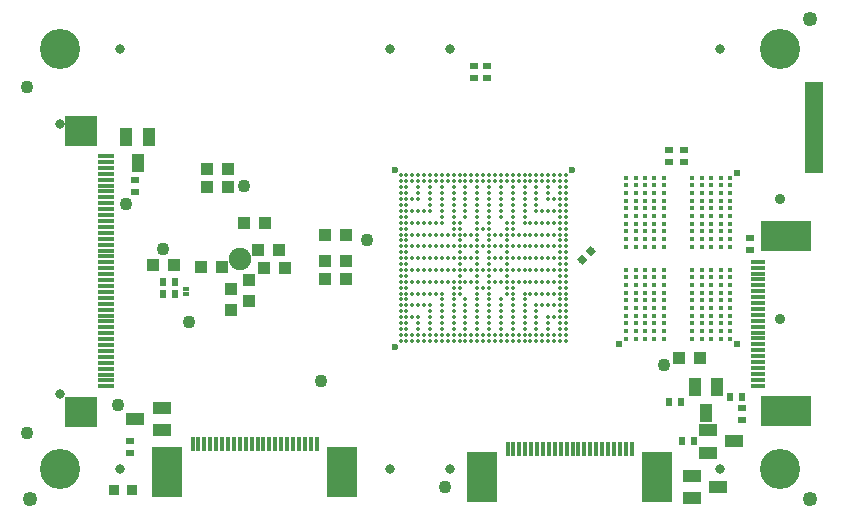
<source format=gbr>
G04 #@! TF.GenerationSoftware,KiCad,Pcbnew,5.1.0-rc2-unknown-036be7d~80~ubuntu16.04.1*
G04 #@! TF.CreationDate,2023-04-21T13:27:13+03:00*
G04 #@! TF.ProjectId,iMX8MPLUS-SOM_Rev_B,694d5838-4d50-44c5-9553-2d534f4d5f52,A*
G04 #@! TF.SameCoordinates,Original*
G04 #@! TF.FileFunction,Soldermask,Top*
G04 #@! TF.FilePolarity,Negative*
%FSLAX46Y46*%
G04 Gerber Fmt 4.6, Leading zero omitted, Abs format (unit mm)*
G04 Created by KiCad (PCBNEW 5.1.0-rc2-unknown-036be7d~80~ubuntu16.04.1) date 2023-04-21 13:27:13*
%MOMM*%
%LPD*%
G04 APERTURE LIST*
%ADD10C,0.025400*%
%ADD11R,1.401600X0.351600*%
%ADD12R,2.701600X2.501600*%
%ADD13R,2.601600X4.201600*%
%ADD14R,0.351600X1.301600*%
%ADD15R,1.301600X0.351600*%
%ADD16R,4.201600X2.601600*%
%ADD17R,0.651600X0.601600*%
%ADD18R,1.501600X1.101600*%
%ADD19C,0.601600*%
%ADD20C,0.401600*%
%ADD21C,1.901600*%
%ADD22C,0.801600*%
%ADD23C,1.254000*%
%ADD24C,3.401601*%
%ADD25C,1.101600*%
%ADD26R,1.117600X1.117600*%
%ADD27C,0.100000*%
%ADD28R,0.601600X0.651600*%
%ADD29C,0.350000*%
%ADD30C,0.600000*%
%ADD31R,0.482600X0.355600*%
%ADD32R,0.901600X0.901600*%
%ADD33C,0.900000*%
%ADD34R,1.101600X1.501600*%
G04 APERTURE END LIST*
D10*
G36*
X152146000Y-77724000D02*
G01*
X150749000Y-77724000D01*
X150749000Y-70104000D01*
X152146000Y-70104000D01*
X152146000Y-77724000D01*
G37*
X152146000Y-77724000D02*
X150749000Y-77724000D01*
X150749000Y-70104000D01*
X152146000Y-70104000D01*
X152146000Y-77724000D01*
D11*
X91550000Y-95856000D03*
X91550000Y-95356000D03*
X91550000Y-94856000D03*
X91550000Y-94356000D03*
X91550000Y-93856000D03*
X91550000Y-93356000D03*
X91550000Y-92856000D03*
X91550000Y-92356000D03*
X91550000Y-91856000D03*
X91550000Y-91356000D03*
X91550000Y-90856000D03*
X91550000Y-90356000D03*
X91550000Y-89856000D03*
X91550000Y-89356000D03*
X91550000Y-88856000D03*
X91550000Y-88356000D03*
X91550000Y-87856000D03*
X91550000Y-87356000D03*
X91550000Y-86856000D03*
X91550000Y-86356000D03*
X91550000Y-85856000D03*
X91550000Y-85356000D03*
X91550000Y-84856000D03*
X91550000Y-84356000D03*
X91550000Y-83856000D03*
X91550000Y-83356000D03*
X91550000Y-82856000D03*
X91550000Y-82356000D03*
X91550000Y-81856000D03*
X91550000Y-81356000D03*
X91550000Y-80856000D03*
X91550000Y-80356000D03*
X91550000Y-79856000D03*
X91550000Y-79356000D03*
X91550000Y-78856000D03*
X91550000Y-78356000D03*
X91550000Y-77856000D03*
X91550000Y-77356000D03*
X91550000Y-76856000D03*
X91550000Y-76356000D03*
D12*
X89450000Y-98006000D03*
X89450000Y-74206000D03*
D13*
X138210000Y-103501000D03*
X123410000Y-103501000D03*
D14*
X136060000Y-101151000D03*
X135560000Y-101151000D03*
X135060000Y-101151000D03*
X134560000Y-101151000D03*
X134060000Y-101151000D03*
X133560000Y-101151000D03*
X133060000Y-101151000D03*
X132560000Y-101151000D03*
X132060000Y-101151000D03*
X131560000Y-101151000D03*
X131060000Y-101151000D03*
X130560000Y-101151000D03*
X130060000Y-101151000D03*
X129560000Y-101151000D03*
X129060000Y-101151000D03*
X128560000Y-101151000D03*
X128060000Y-101151000D03*
X127560000Y-101151000D03*
X127060000Y-101151000D03*
X126560000Y-101151000D03*
X126060000Y-101151000D03*
X125560000Y-101151000D03*
D13*
X111540000Y-103120000D03*
X96740000Y-103120000D03*
D14*
X109390000Y-100770000D03*
X108890000Y-100770000D03*
X108390000Y-100770000D03*
X107890000Y-100770000D03*
X107390000Y-100770000D03*
X106890000Y-100770000D03*
X106390000Y-100770000D03*
X105890000Y-100770000D03*
X105390000Y-100770000D03*
X104890000Y-100770000D03*
X104390000Y-100770000D03*
X103890000Y-100770000D03*
X103390000Y-100770000D03*
X102890000Y-100770000D03*
X102390000Y-100770000D03*
X101890000Y-100770000D03*
X101390000Y-100770000D03*
X100890000Y-100770000D03*
X100390000Y-100770000D03*
X99890000Y-100770000D03*
X99390000Y-100770000D03*
X98890000Y-100770000D03*
D15*
X146744000Y-95801000D03*
X146744000Y-95301000D03*
X146744000Y-94801000D03*
X146744000Y-94301000D03*
X146744000Y-93801000D03*
X146744000Y-93301000D03*
X146744000Y-92801000D03*
X146744000Y-92301000D03*
X146744000Y-91801000D03*
X146744000Y-91301000D03*
X146744000Y-90801000D03*
X146744000Y-90301000D03*
X146744000Y-89801000D03*
X146744000Y-89301000D03*
X146744000Y-88801000D03*
X146744000Y-88301000D03*
X146744000Y-87801000D03*
X146744000Y-87301000D03*
X146744000Y-86801000D03*
X146744000Y-86301000D03*
X146744000Y-85801000D03*
X146744000Y-85301000D03*
D16*
X149094000Y-97951000D03*
X149094000Y-83151000D03*
D17*
X93980000Y-79375000D03*
X93980000Y-78359000D03*
D18*
X94056200Y-98620580D03*
X96266000Y-97665540D03*
X96266000Y-99568000D03*
X142529560Y-99568000D03*
X142529560Y-101470460D03*
X144739360Y-100515420D03*
D19*
X145000000Y-92250000D03*
X145000000Y-77750000D03*
X135000000Y-92250000D03*
D20*
X135600000Y-78175000D03*
X136400000Y-78175000D03*
X137200000Y-78175000D03*
X138000000Y-78175000D03*
X138800000Y-78175000D03*
X141200000Y-78175000D03*
X142000000Y-78175000D03*
X142800000Y-78175000D03*
X143600000Y-78175000D03*
X144400000Y-78175000D03*
X135600000Y-91175000D03*
X136400000Y-91175000D03*
X137200000Y-91175000D03*
X138000000Y-91175000D03*
X138800000Y-91175000D03*
X141200000Y-91175000D03*
X142000000Y-91175000D03*
X142800000Y-91175000D03*
X143600000Y-91175000D03*
X144400000Y-91175000D03*
X135600000Y-91825000D03*
X136400000Y-91825000D03*
X137200000Y-91825000D03*
X138000000Y-91825000D03*
X138800000Y-91825000D03*
X141200000Y-91825000D03*
X142000000Y-91825000D03*
X142800000Y-91825000D03*
X143600000Y-91825000D03*
X144400000Y-91825000D03*
X135600000Y-78825000D03*
X136400000Y-78825000D03*
X137200000Y-78825000D03*
X138000000Y-78825000D03*
X138800000Y-78825000D03*
X141200000Y-78825000D03*
X142000000Y-78825000D03*
X142800000Y-78825000D03*
X143600000Y-78825000D03*
X144400000Y-78825000D03*
X135600000Y-79475000D03*
X136400000Y-79475000D03*
X137200000Y-79475000D03*
X138000000Y-79475000D03*
X138800000Y-79475000D03*
X141200000Y-79475000D03*
X142000000Y-79475000D03*
X142800000Y-79475000D03*
X143600000Y-79475000D03*
X144400000Y-79475000D03*
X135600000Y-80125000D03*
X136400000Y-80125000D03*
X137200000Y-80125000D03*
X138000000Y-80125000D03*
X138800000Y-80125000D03*
X141200000Y-80125000D03*
X142000000Y-80125000D03*
X142800000Y-80125000D03*
X143600000Y-80125000D03*
X144400000Y-80125000D03*
X135600000Y-80775000D03*
X136400000Y-80775000D03*
X137200000Y-80775000D03*
X138000000Y-80775000D03*
X138800000Y-80775000D03*
X141200000Y-80775000D03*
X142000000Y-80775000D03*
X142800000Y-80775000D03*
X143600000Y-80775000D03*
X144400000Y-80775000D03*
X135600000Y-81425000D03*
X136400000Y-81425000D03*
X137200000Y-81425000D03*
X138000000Y-81425000D03*
X138800000Y-81425000D03*
X141200000Y-81425000D03*
X142000000Y-81425000D03*
X142800000Y-81425000D03*
X143600000Y-81425000D03*
X144400000Y-81425000D03*
X135600000Y-82075000D03*
X136400000Y-82075000D03*
X137200000Y-82075000D03*
X138000000Y-82075000D03*
X138800000Y-82075000D03*
X141200000Y-82075000D03*
X142000000Y-82075000D03*
X142800000Y-82075000D03*
X143600000Y-82075000D03*
X144400000Y-82075000D03*
X135600000Y-82725000D03*
X136400000Y-82725000D03*
X137200000Y-82725000D03*
X138000000Y-82725000D03*
X138800000Y-82725000D03*
X141200000Y-82725000D03*
X142000000Y-82725000D03*
X142800000Y-82725000D03*
X143600000Y-82725000D03*
X144400000Y-82725000D03*
X135600000Y-83375000D03*
X136400000Y-83375000D03*
X137200000Y-83375000D03*
X138000000Y-83375000D03*
X138800000Y-83375000D03*
X141200000Y-83375000D03*
X142000000Y-83375000D03*
X142800000Y-83375000D03*
X143600000Y-83375000D03*
X144400000Y-83375000D03*
X135600000Y-84025000D03*
X136400000Y-84025000D03*
X137200000Y-84025000D03*
X138000000Y-84025000D03*
X138800000Y-84025000D03*
X141200000Y-84025000D03*
X142000000Y-84025000D03*
X142800000Y-84025000D03*
X143600000Y-84025000D03*
X144400000Y-84025000D03*
X135600000Y-85975000D03*
X136400000Y-85975000D03*
X137200000Y-85975000D03*
X138000000Y-85975000D03*
X138800000Y-85975000D03*
X141200000Y-85975000D03*
X142000000Y-85975000D03*
X142800000Y-85975000D03*
X143600000Y-85975000D03*
X144400000Y-85975000D03*
X135600000Y-86625000D03*
X136400000Y-86625000D03*
X137200000Y-86625000D03*
X138000000Y-86625000D03*
X138800000Y-86625000D03*
X141200000Y-86625000D03*
X142000000Y-86625000D03*
X142800000Y-86625000D03*
X143600000Y-86625000D03*
X144400000Y-86625000D03*
X135600000Y-87275000D03*
X136400000Y-87275000D03*
X137200000Y-87275000D03*
X138000000Y-87275000D03*
X138800000Y-87275000D03*
X141200000Y-87275000D03*
X142000000Y-87275000D03*
X142800000Y-87275000D03*
X143600000Y-87275000D03*
X144400000Y-87275000D03*
X135600000Y-87925000D03*
X136400000Y-87925000D03*
X137200000Y-87925000D03*
X138000000Y-87925000D03*
X138800000Y-87925000D03*
X141200000Y-87925000D03*
X142000000Y-87925000D03*
X142800000Y-87925000D03*
X143600000Y-87925000D03*
X144400000Y-87925000D03*
X135600000Y-88575000D03*
X136400000Y-88575000D03*
X137200000Y-88575000D03*
X138000000Y-88575000D03*
X138800000Y-88575000D03*
X141200000Y-88575000D03*
X142000000Y-88575000D03*
X142800000Y-88575000D03*
X143600000Y-88575000D03*
X144400000Y-88575000D03*
X135600000Y-89225000D03*
X136400000Y-89225000D03*
X137200000Y-89225000D03*
X138000000Y-89225000D03*
X138800000Y-89225000D03*
X141200000Y-89225000D03*
X142000000Y-89225000D03*
X142800000Y-89225000D03*
X143600000Y-89225000D03*
X144400000Y-89225000D03*
X135600000Y-89875000D03*
X136400000Y-89875000D03*
X137200000Y-89875000D03*
X138000000Y-89875000D03*
X138800000Y-89875000D03*
X141200000Y-89875000D03*
X142000000Y-89875000D03*
X142800000Y-89875000D03*
X143600000Y-89875000D03*
X144400000Y-89875000D03*
X135600000Y-90525000D03*
X136400000Y-90525000D03*
X137200000Y-90525000D03*
X138000000Y-90525000D03*
X138800000Y-90525000D03*
X141200000Y-90525000D03*
X142000000Y-90525000D03*
X142800000Y-90525000D03*
X143600000Y-90525000D03*
X144400000Y-90525000D03*
D21*
X102870000Y-85090000D03*
D22*
X120650000Y-102870000D03*
X143510000Y-102870000D03*
X92710000Y-102870000D03*
X115570000Y-102870000D03*
X87630000Y-73660000D03*
X87630000Y-96520000D03*
D23*
X85090000Y-105410000D03*
X151130000Y-105410000D03*
X151130000Y-64770000D03*
D24*
X87630000Y-102870000D03*
X148590000Y-102870000D03*
X148590000Y-67310000D03*
X87630000Y-67310000D03*
D25*
X84836000Y-70485000D03*
D26*
X140081000Y-93472000D03*
X141859000Y-93472000D03*
X103632000Y-86868000D03*
X103632000Y-88646000D03*
X103251000Y-82042000D03*
X105029000Y-82042000D03*
X100076000Y-77470000D03*
X101854000Y-77470000D03*
X100076000Y-78994000D03*
X101854000Y-78994000D03*
X104902000Y-85852000D03*
X106680000Y-85852000D03*
X106172000Y-84328000D03*
X104394000Y-84328000D03*
X99568000Y-85725000D03*
X101346000Y-85725000D03*
X102108000Y-89408000D03*
X102108000Y-87630000D03*
X97282000Y-85598000D03*
X95504000Y-85598000D03*
X111887000Y-86741000D03*
X110109000Y-86741000D03*
X111887000Y-85217000D03*
X110109000Y-85217000D03*
X110109000Y-83058000D03*
X111887000Y-83058000D03*
D22*
X115570000Y-67310000D03*
X92710000Y-67310000D03*
X120650000Y-67310000D03*
X143510000Y-67310000D03*
D25*
X138811000Y-94081600D03*
X93218000Y-80391000D03*
X96393000Y-84201000D03*
D17*
X146050000Y-83312000D03*
X146050000Y-84328000D03*
D19*
X131869580Y-85119010D03*
D27*
G36*
X131851902Y-84675937D02*
G01*
X132312653Y-85136688D01*
X131887258Y-85562083D01*
X131426507Y-85101332D01*
X131851902Y-84675937D01*
X131851902Y-84675937D01*
G37*
D19*
X132588000Y-84400590D03*
D27*
G36*
X132605678Y-84843663D02*
G01*
X132144927Y-84382912D01*
X132570322Y-83957517D01*
X133031073Y-84418268D01*
X132605678Y-84843663D01*
X132605678Y-84843663D01*
G37*
D17*
X139192000Y-76835000D03*
X139192000Y-75819000D03*
X140462000Y-75819000D03*
X140462000Y-76835000D03*
D28*
X96393000Y-88011000D03*
X97409000Y-88011000D03*
X97409000Y-86995000D03*
X96393000Y-86995000D03*
D29*
X117000000Y-86500000D03*
X121500000Y-86500000D03*
X116500000Y-86500000D03*
X130000000Y-86500000D03*
X130500000Y-86500000D03*
X125500000Y-86500000D03*
X123000000Y-86500000D03*
X124000000Y-86500000D03*
X126500000Y-87000000D03*
X130000000Y-87000000D03*
X119500000Y-87000000D03*
X128000000Y-87000000D03*
X117500000Y-87000000D03*
X117000000Y-87000000D03*
X124000000Y-87000000D03*
X129000000Y-87000000D03*
X127500000Y-87000000D03*
X120000000Y-87000000D03*
X124500000Y-87000000D03*
X121000000Y-87000000D03*
X116500000Y-87000000D03*
X122500000Y-87000000D03*
X122000000Y-87000000D03*
X121500000Y-87000000D03*
X125500000Y-87000000D03*
X123000000Y-87000000D03*
X119000000Y-87000000D03*
X127000000Y-87000000D03*
X120500000Y-87000000D03*
X118000000Y-87000000D03*
X126000000Y-87000000D03*
X118500000Y-87000000D03*
X130500000Y-87000000D03*
X125000000Y-87000000D03*
X128500000Y-87000000D03*
X129500000Y-87000000D03*
X121500000Y-87500000D03*
X123500000Y-87500000D03*
X126000000Y-87500000D03*
X123000000Y-87500000D03*
X130500000Y-87500000D03*
X125500000Y-87500000D03*
X124000000Y-87500000D03*
X116500000Y-87500000D03*
X121000000Y-87500000D03*
X130000000Y-87500000D03*
X117000000Y-87500000D03*
X119500000Y-88000000D03*
X127500000Y-88000000D03*
X128000000Y-88000000D03*
X120000000Y-88000000D03*
X129000000Y-88000000D03*
X118500000Y-88000000D03*
X125500000Y-88000000D03*
X130000000Y-88000000D03*
X121500000Y-88000000D03*
X129500000Y-88000000D03*
X126000000Y-88000000D03*
X116500000Y-88000000D03*
X128500000Y-88000000D03*
X121000000Y-88000000D03*
X127000000Y-88000000D03*
X117000000Y-88000000D03*
X130500000Y-88000000D03*
X119000000Y-88000000D03*
X117500000Y-88000000D03*
X123000000Y-88000000D03*
X124000000Y-88000000D03*
X118000000Y-88000000D03*
X130500000Y-88500000D03*
X127000000Y-88500000D03*
X125000000Y-88500000D03*
X120000000Y-88500000D03*
X130000000Y-88500000D03*
X117000000Y-88500000D03*
X126000000Y-88500000D03*
X123000000Y-88500000D03*
X116500000Y-88500000D03*
X124000000Y-88500000D03*
X122000000Y-88500000D03*
X121000000Y-88500000D03*
X128500000Y-89000000D03*
X118500000Y-89000000D03*
X119000000Y-89000000D03*
X120000000Y-89000000D03*
X130500000Y-89000000D03*
X129000000Y-89000000D03*
X127000000Y-89000000D03*
X125000000Y-89000000D03*
X117000000Y-89000000D03*
X130000000Y-89000000D03*
X118000000Y-89000000D03*
X128000000Y-89000000D03*
X124000000Y-89000000D03*
X122000000Y-89000000D03*
X121000000Y-89000000D03*
X123000000Y-89000000D03*
X116500000Y-89000000D03*
X126000000Y-89000000D03*
X129500000Y-89000000D03*
X117500000Y-89000000D03*
X126000000Y-89500000D03*
X123000000Y-89500000D03*
X116500000Y-89500000D03*
X128000000Y-89500000D03*
X124000000Y-89500000D03*
X122000000Y-89500000D03*
X121000000Y-89500000D03*
X120000000Y-89500000D03*
X130500000Y-89500000D03*
X125000000Y-89500000D03*
X127000000Y-89500000D03*
X130000000Y-89500000D03*
X117000000Y-89500000D03*
X119000000Y-89500000D03*
X117500000Y-90000000D03*
X129500000Y-90000000D03*
X126000000Y-90000000D03*
X123000000Y-90000000D03*
X116500000Y-90000000D03*
X128000000Y-90000000D03*
X124000000Y-90000000D03*
X122000000Y-90000000D03*
X121000000Y-90000000D03*
X118000000Y-90000000D03*
X120000000Y-90000000D03*
X130500000Y-90000000D03*
X125000000Y-90000000D03*
X129000000Y-90000000D03*
X127000000Y-90000000D03*
X130000000Y-90000000D03*
X117000000Y-90000000D03*
X119000000Y-90000000D03*
D30*
X131000000Y-77500000D03*
X116000000Y-77500000D03*
X116000000Y-92500000D03*
D29*
X125000000Y-90500000D03*
X118000000Y-90500000D03*
X127000000Y-90500000D03*
X122000000Y-90500000D03*
X117000000Y-90500000D03*
X121000000Y-90500000D03*
X124000000Y-90500000D03*
X130000000Y-90500000D03*
X128000000Y-90500000D03*
X120000000Y-90500000D03*
X129000000Y-90500000D03*
X130500000Y-90500000D03*
X116500000Y-90500000D03*
X119000000Y-90500000D03*
X123000000Y-90500000D03*
X126000000Y-90500000D03*
X119000000Y-91000000D03*
X122000000Y-91000000D03*
X129000000Y-91000000D03*
X118000000Y-91000000D03*
X123000000Y-91000000D03*
X127000000Y-91000000D03*
X116500000Y-91000000D03*
X125000000Y-91000000D03*
X124000000Y-91000000D03*
X117000000Y-91000000D03*
X130000000Y-91000000D03*
X120000000Y-91000000D03*
X128000000Y-91000000D03*
X126000000Y-91000000D03*
X121000000Y-91000000D03*
X130500000Y-91000000D03*
X126500000Y-91500000D03*
X130000000Y-91500000D03*
X119500000Y-91500000D03*
X128000000Y-91500000D03*
X117500000Y-91500000D03*
X117000000Y-91500000D03*
X124000000Y-91500000D03*
X129000000Y-91500000D03*
X127500000Y-91500000D03*
X120000000Y-91500000D03*
X124500000Y-91500000D03*
X121000000Y-91500000D03*
X116500000Y-91500000D03*
X122500000Y-91500000D03*
X122000000Y-91500000D03*
X121500000Y-91500000D03*
X125500000Y-91500000D03*
X123500000Y-91500000D03*
X123000000Y-91500000D03*
X119000000Y-91500000D03*
X127000000Y-91500000D03*
X120500000Y-91500000D03*
X118000000Y-91500000D03*
X126000000Y-91500000D03*
X118500000Y-91500000D03*
X130500000Y-91500000D03*
X125000000Y-91500000D03*
X128500000Y-91500000D03*
X129500000Y-91500000D03*
X119500000Y-92000000D03*
X118000000Y-92000000D03*
X119000000Y-92000000D03*
X117000000Y-92000000D03*
X117500000Y-92000000D03*
X118500000Y-92000000D03*
X120000000Y-92000000D03*
X120500000Y-92000000D03*
X116500000Y-92000000D03*
X121000000Y-92000000D03*
X124500000Y-92000000D03*
X123000000Y-92000000D03*
X124000000Y-92000000D03*
X122000000Y-92000000D03*
X122500000Y-92000000D03*
X123500000Y-92000000D03*
X125000000Y-92000000D03*
X125500000Y-92000000D03*
X121500000Y-92000000D03*
X126000000Y-92000000D03*
X126500000Y-92000000D03*
X127000000Y-92000000D03*
X127500000Y-92000000D03*
X128000000Y-92000000D03*
X128500000Y-92000000D03*
X129000000Y-92000000D03*
X129500000Y-92000000D03*
X130000000Y-92000000D03*
X130500000Y-92000000D03*
X129500000Y-86000000D03*
X128000000Y-86000000D03*
X130500000Y-86000000D03*
X127500000Y-86000000D03*
X126500000Y-86000000D03*
X122500000Y-86000000D03*
X121500000Y-86000000D03*
X121000000Y-86000000D03*
X116500000Y-86000000D03*
X124000000Y-86000000D03*
X118000000Y-86000000D03*
X128500000Y-86000000D03*
X120000000Y-86000000D03*
X120500000Y-86000000D03*
X123000000Y-86000000D03*
X119000000Y-86000000D03*
X130000000Y-86000000D03*
X124500000Y-86000000D03*
X126000000Y-86000000D03*
X127000000Y-86000000D03*
X123500000Y-86000000D03*
X122000000Y-86000000D03*
X125000000Y-86000000D03*
X125500000Y-86000000D03*
X119500000Y-86000000D03*
X129000000Y-86000000D03*
X118500000Y-86000000D03*
X117500000Y-86000000D03*
X117000000Y-86000000D03*
X121500000Y-85500000D03*
X130000000Y-85500000D03*
X124000000Y-85500000D03*
X117000000Y-85500000D03*
X125500000Y-85500000D03*
X130500000Y-85500000D03*
X116500000Y-85500000D03*
X123000000Y-85500000D03*
X116500000Y-85000000D03*
X121000000Y-85000000D03*
X126500000Y-85000000D03*
X123000000Y-85000000D03*
X127000000Y-85000000D03*
X129500000Y-85000000D03*
X128000000Y-85000000D03*
X118000000Y-85000000D03*
X126000000Y-85000000D03*
X127500000Y-85000000D03*
X118500000Y-85000000D03*
X128500000Y-85000000D03*
X119000000Y-85000000D03*
X121500000Y-85000000D03*
X120000000Y-85000000D03*
X129000000Y-85000000D03*
X125500000Y-85000000D03*
X122000000Y-85000000D03*
X119500000Y-85000000D03*
X124000000Y-85000000D03*
X117000000Y-85000000D03*
X120500000Y-85000000D03*
X117500000Y-85000000D03*
X122500000Y-85000000D03*
X130500000Y-85000000D03*
X125000000Y-85000000D03*
X130000000Y-85000000D03*
X124500000Y-85000000D03*
X130500000Y-84500000D03*
X121500000Y-84500000D03*
X117000000Y-84500000D03*
X130000000Y-84500000D03*
X125500000Y-84500000D03*
X116500000Y-84500000D03*
X124000000Y-84500000D03*
X123000000Y-84500000D03*
X121000000Y-84000000D03*
X117000000Y-84000000D03*
X124000000Y-84000000D03*
X119000000Y-84000000D03*
X116500000Y-84000000D03*
X123000000Y-84000000D03*
X128500000Y-84000000D03*
X123500000Y-84000000D03*
X124500000Y-84000000D03*
X130000000Y-84000000D03*
X120000000Y-84000000D03*
X126000000Y-84000000D03*
X127000000Y-84000000D03*
X122000000Y-84000000D03*
X120500000Y-84000000D03*
X118500000Y-84000000D03*
X121500000Y-84000000D03*
X118000000Y-84000000D03*
X129000000Y-84000000D03*
X119500000Y-84000000D03*
X125500000Y-84000000D03*
X125000000Y-84000000D03*
X127500000Y-84000000D03*
X117500000Y-84000000D03*
X126500000Y-84000000D03*
X122500000Y-84000000D03*
X129500000Y-84000000D03*
X128000000Y-84000000D03*
X130500000Y-84000000D03*
X123000000Y-83500000D03*
X130000000Y-83500000D03*
X116500000Y-83500000D03*
X130500000Y-83500000D03*
X117000000Y-83500000D03*
X125500000Y-83500000D03*
X121500000Y-83500000D03*
X124000000Y-83500000D03*
X116500000Y-83000000D03*
X121000000Y-83000000D03*
X126500000Y-83000000D03*
X123000000Y-83000000D03*
X127000000Y-83000000D03*
X129500000Y-83000000D03*
X128000000Y-83000000D03*
X118000000Y-83000000D03*
X126000000Y-83000000D03*
X127500000Y-83000000D03*
X118500000Y-83000000D03*
X128500000Y-83000000D03*
X119000000Y-83000000D03*
X121500000Y-83000000D03*
X120000000Y-83000000D03*
X129000000Y-83000000D03*
X125500000Y-83000000D03*
X122000000Y-83000000D03*
X119500000Y-83000000D03*
X124000000Y-83000000D03*
X117000000Y-83000000D03*
X120500000Y-83000000D03*
X117500000Y-83000000D03*
X122500000Y-83000000D03*
X130500000Y-83000000D03*
X125000000Y-83000000D03*
X130000000Y-83000000D03*
X124500000Y-83000000D03*
X125500000Y-82500000D03*
X124000000Y-82500000D03*
X130500000Y-82500000D03*
X117000000Y-82500000D03*
X123000000Y-82500000D03*
X123500000Y-82500000D03*
X121500000Y-82500000D03*
X126000000Y-82500000D03*
X130000000Y-82500000D03*
X116500000Y-82500000D03*
X121000000Y-82500000D03*
X127500000Y-82000000D03*
X129500000Y-82000000D03*
X126000000Y-82000000D03*
X116500000Y-82000000D03*
X119500000Y-82000000D03*
X130000000Y-82000000D03*
X121500000Y-82000000D03*
X128000000Y-82000000D03*
X120000000Y-82000000D03*
X118000000Y-82000000D03*
X125500000Y-82000000D03*
X128500000Y-82000000D03*
X121000000Y-82000000D03*
X119000000Y-82000000D03*
X117500000Y-82000000D03*
X123000000Y-82000000D03*
X124000000Y-82000000D03*
X129000000Y-82000000D03*
X118500000Y-82000000D03*
X127000000Y-82000000D03*
X117000000Y-82000000D03*
X130500000Y-82000000D03*
X121000000Y-81500000D03*
X122000000Y-81500000D03*
X124000000Y-81500000D03*
X120000000Y-81500000D03*
X123000000Y-81500000D03*
X126000000Y-81500000D03*
X116500000Y-81500000D03*
X117000000Y-81500000D03*
X130000000Y-81500000D03*
X130500000Y-81500000D03*
X127000000Y-81500000D03*
X125000000Y-81500000D03*
X127000000Y-81000000D03*
X128500000Y-81000000D03*
X118500000Y-81000000D03*
X129000000Y-81000000D03*
X130500000Y-81000000D03*
X119000000Y-81000000D03*
X117500000Y-81000000D03*
X129500000Y-81000000D03*
X126000000Y-81000000D03*
X116500000Y-81000000D03*
X123000000Y-81000000D03*
X121000000Y-81000000D03*
X122000000Y-81000000D03*
X124000000Y-81000000D03*
X128000000Y-81000000D03*
X118000000Y-81000000D03*
X130000000Y-81000000D03*
X117000000Y-81000000D03*
X125000000Y-81000000D03*
X120000000Y-81000000D03*
X120000000Y-80500000D03*
X130500000Y-80500000D03*
X125000000Y-80500000D03*
X127000000Y-80500000D03*
X130000000Y-80500000D03*
X117000000Y-80500000D03*
X119000000Y-80500000D03*
X122000000Y-80500000D03*
X124000000Y-80500000D03*
X128000000Y-80500000D03*
X116500000Y-80500000D03*
X123000000Y-80500000D03*
X126000000Y-80500000D03*
X121000000Y-80500000D03*
X117500000Y-80000000D03*
X129500000Y-80000000D03*
X126000000Y-80000000D03*
X123000000Y-80000000D03*
X116500000Y-80000000D03*
X128000000Y-80000000D03*
X124000000Y-80000000D03*
X122000000Y-80000000D03*
X121000000Y-80000000D03*
X118000000Y-80000000D03*
X119000000Y-80000000D03*
X130000000Y-80000000D03*
X117000000Y-80000000D03*
X129000000Y-80000000D03*
X127000000Y-80000000D03*
X130500000Y-80000000D03*
X125000000Y-80000000D03*
X120000000Y-80000000D03*
X125000000Y-79500000D03*
X117000000Y-79500000D03*
X121000000Y-79500000D03*
X124000000Y-79500000D03*
X127000000Y-79500000D03*
X122000000Y-79500000D03*
X118000000Y-79500000D03*
X130000000Y-79500000D03*
X128000000Y-79500000D03*
X120000000Y-79500000D03*
X129000000Y-79500000D03*
X130500000Y-79500000D03*
X116500000Y-79500000D03*
X119000000Y-79500000D03*
X123000000Y-79500000D03*
X126000000Y-79500000D03*
X129000000Y-79000000D03*
X116500000Y-79000000D03*
X120000000Y-79000000D03*
X122000000Y-79000000D03*
X118000000Y-79000000D03*
X127000000Y-79000000D03*
X125000000Y-79000000D03*
X130500000Y-79000000D03*
X119000000Y-79000000D03*
X124000000Y-79000000D03*
X128000000Y-79000000D03*
X130000000Y-79000000D03*
X123000000Y-79000000D03*
X126000000Y-79000000D03*
X121000000Y-79000000D03*
X117000000Y-79000000D03*
X130000000Y-78500000D03*
X129500000Y-78500000D03*
X129000000Y-78500000D03*
X119500000Y-78500000D03*
X118000000Y-78500000D03*
X119000000Y-78500000D03*
X117000000Y-78500000D03*
X117500000Y-78500000D03*
X118500000Y-78500000D03*
X120000000Y-78500000D03*
X120500000Y-78500000D03*
X116500000Y-78500000D03*
X121000000Y-78500000D03*
X124500000Y-78500000D03*
X123000000Y-78500000D03*
X124000000Y-78500000D03*
X122000000Y-78500000D03*
X122500000Y-78500000D03*
X123500000Y-78500000D03*
X128500000Y-78500000D03*
X128000000Y-78500000D03*
X127000000Y-78500000D03*
X126500000Y-78500000D03*
X126000000Y-78500000D03*
X121500000Y-78500000D03*
X125000000Y-78500000D03*
X125500000Y-78500000D03*
X127500000Y-78500000D03*
X130500000Y-78500000D03*
X118000000Y-78000000D03*
X119000000Y-78000000D03*
X117000000Y-78000000D03*
X117500000Y-78000000D03*
X118500000Y-78000000D03*
X120000000Y-78000000D03*
X120500000Y-78000000D03*
X116500000Y-78000000D03*
X121000000Y-78000000D03*
X124500000Y-78000000D03*
X123000000Y-78000000D03*
X124000000Y-78000000D03*
X122000000Y-78000000D03*
X122500000Y-78000000D03*
X123500000Y-78000000D03*
X128500000Y-78000000D03*
X128000000Y-78000000D03*
X127000000Y-78000000D03*
X126500000Y-78000000D03*
X126000000Y-78000000D03*
X121500000Y-78000000D03*
X125000000Y-78000000D03*
X125500000Y-78000000D03*
X127500000Y-78000000D03*
X130500000Y-78000000D03*
X130000000Y-78000000D03*
X129500000Y-78000000D03*
X129000000Y-78000000D03*
X119500000Y-78000000D03*
D25*
X120269000Y-104394000D03*
X92583000Y-97409000D03*
X109728000Y-95377000D03*
X113665000Y-83439000D03*
X98552000Y-90424000D03*
X103251000Y-78867000D03*
D31*
X98298000Y-88061800D03*
X98298000Y-87630000D03*
D17*
X93599000Y-101473000D03*
X93599000Y-100457000D03*
D32*
X92202000Y-104648000D03*
X93726000Y-104648000D03*
D33*
X148590000Y-90170000D03*
X148590000Y-80010000D03*
D17*
X122682000Y-69723000D03*
X122682000Y-68707000D03*
X123825000Y-68707000D03*
X123825000Y-69723000D03*
D25*
X84836000Y-99822000D03*
D34*
X142369540Y-98130360D03*
X141414500Y-95920560D03*
X143316960Y-95920560D03*
D28*
X140335000Y-100457000D03*
X141351000Y-100457000D03*
X140208000Y-97155000D03*
X139192000Y-97155000D03*
D17*
X145415000Y-97663000D03*
X145415000Y-98679000D03*
D28*
X144399000Y-96774000D03*
X145415000Y-96774000D03*
D18*
X141173200Y-103444040D03*
X141173200Y-105346500D03*
X143383000Y-104391460D03*
D34*
X95183960Y-74711560D03*
X93281500Y-74711560D03*
X94236540Y-76921360D03*
M02*

</source>
